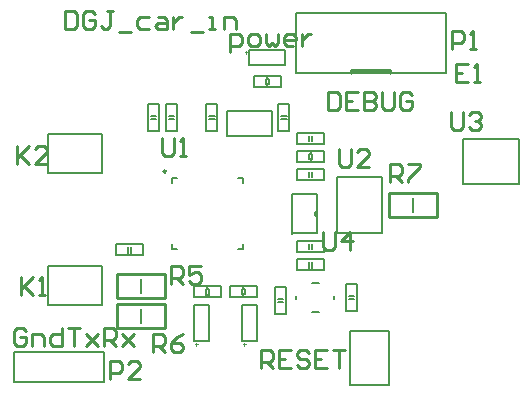
<source format=gto>
%FSLAX25Y25*%
%MOIN*%
G70*
G01*
G75*
%ADD10O,0.01180X0.05906*%
%ADD11O,0.05906X0.01180*%
%ADD12R,0.17716X0.17716*%
%ADD13R,0.04000X0.03500*%
%ADD14R,0.05906X0.04724*%
%ADD15R,0.03937X0.07087*%
%ADD16R,0.02953X0.02362*%
%ADD17R,0.02362X0.02953*%
%ADD18R,0.02362X0.07874*%
%ADD19R,0.07874X0.02362*%
%ADD20R,0.03500X0.04000*%
%ADD21R,0.04724X0.05512*%
%ADD22R,0.08800X0.04200*%
%ADD23R,0.04000X0.04000*%
%ADD24R,0.01400X0.04000*%
%ADD25R,0.07200X0.08000*%
%ADD26R,0.07200X0.16000*%
%ADD27R,0.04200X0.08800*%
%ADD28R,0.04000X0.04000*%
%ADD29C,0.01000*%
%ADD30C,0.02000*%
%ADD31C,0.04000*%
%ADD32C,0.10000*%
%ADD33R,0.03000X0.03000*%
%ADD34R,0.10000X0.08000*%
%ADD35C,0.12000*%
%ADD36C,0.04000*%
%ADD37R,0.05906X0.05906*%
%ADD38C,0.05906*%
%ADD39C,0.02500*%
%ADD40R,0.17700X0.17700*%
%ADD41R,0.20000X0.20000*%
%ADD42C,0.00600*%
%ADD43C,0.00787*%
%ADD44C,0.00400*%
D29*
X51751Y77173D02*
G03*
X51751Y77173I-424J0D01*
G01*
X113500Y110000D02*
Y111000D01*
X126500D01*
Y110000D02*
Y111000D01*
X126000Y70000D02*
X142000D01*
Y62000D02*
Y70000D01*
X126000Y62000D02*
X142000D01*
X126000D02*
Y70000D01*
X35500Y35000D02*
Y43000D01*
Y35000D02*
X51500D01*
Y43000D01*
X35500D02*
X51500D01*
Y25000D02*
Y33000D01*
X35500D02*
X51500D01*
X35500Y25000D02*
Y33000D01*
Y25000D02*
X51500D01*
X50350Y88148D02*
Y83150D01*
X51350Y82150D01*
X53349D01*
X54349Y83150D01*
Y88148D01*
X56348Y82150D02*
X58347D01*
X57348D01*
Y88148D01*
X56348Y87148D01*
X73000Y117001D02*
Y122999D01*
X75999D01*
X76999Y121999D01*
Y120000D01*
X75999Y119000D01*
X73000D01*
X79998D02*
X81997D01*
X82997Y120000D01*
Y121999D01*
X81997Y122999D01*
X79998D01*
X78998Y121999D01*
Y120000D01*
X79998Y119000D01*
X84996Y122999D02*
Y120000D01*
X85996Y119000D01*
X86996Y120000D01*
X87995Y119000D01*
X88995Y120000D01*
Y122999D01*
X93993Y119000D02*
X91994D01*
X90994Y120000D01*
Y121999D01*
X91994Y122999D01*
X93993D01*
X94993Y121999D01*
Y120999D01*
X90994D01*
X96992Y122999D02*
Y119000D01*
Y120999D01*
X97992Y121999D01*
X98992Y122999D01*
X99991D01*
X47400Y16800D02*
Y22798D01*
X50399D01*
X51399Y21798D01*
Y19799D01*
X50399Y18799D01*
X47400D01*
X49399D02*
X51399Y16800D01*
X57397Y22798D02*
X55397Y21798D01*
X53398Y19799D01*
Y17800D01*
X54398Y16800D01*
X56397D01*
X57397Y17800D01*
Y18799D01*
X56397Y19799D01*
X53398D01*
X53465Y39465D02*
Y45463D01*
X56464D01*
X57464Y44463D01*
Y42464D01*
X56464Y41464D01*
X53465D01*
X55464D02*
X57464Y39465D01*
X63462Y45463D02*
X59463D01*
Y42464D01*
X61462Y43464D01*
X62462D01*
X63462Y42464D01*
Y40465D01*
X62462Y39465D01*
X60463D01*
X59463Y40465D01*
X3500Y41998D02*
Y36000D01*
Y37999D01*
X7499Y41998D01*
X4500Y38999D01*
X7499Y36000D01*
X9498D02*
X11497D01*
X10498D01*
Y41998D01*
X9498Y40998D01*
X2000Y85498D02*
Y79500D01*
Y81499D01*
X5999Y85498D01*
X3000Y82499D01*
X5999Y79500D01*
X11997D02*
X7998D01*
X11997Y83499D01*
Y84498D01*
X10997Y85498D01*
X8998D01*
X7998Y84498D01*
X83500Y11500D02*
Y17498D01*
X86499D01*
X87499Y16498D01*
Y14499D01*
X86499Y13499D01*
X83500D01*
X85499D02*
X87499Y11500D01*
X93497Y17498D02*
X89498D01*
Y11500D01*
X93497D01*
X89498Y14499D02*
X91497D01*
X99495Y16498D02*
X98495Y17498D01*
X96496D01*
X95496Y16498D01*
Y15499D01*
X96496Y14499D01*
X98495D01*
X99495Y13499D01*
Y12500D01*
X98495Y11500D01*
X96496D01*
X95496Y12500D01*
X105493Y17498D02*
X101494D01*
Y11500D01*
X105493D01*
X101494Y14499D02*
X103493D01*
X107492Y17498D02*
X111491D01*
X109492D01*
Y11500D01*
X105600Y103498D02*
Y97500D01*
X108599D01*
X109599Y98500D01*
Y102498D01*
X108599Y103498D01*
X105600D01*
X115597D02*
X111598D01*
Y97500D01*
X115597D01*
X111598Y100499D02*
X113597D01*
X117596Y103498D02*
Y97500D01*
X120595D01*
X121595Y98500D01*
Y99499D01*
X120595Y100499D01*
X117596D01*
X120595D01*
X121595Y101499D01*
Y102498D01*
X120595Y103498D01*
X117596D01*
X123594D02*
Y98500D01*
X124594Y97500D01*
X126593D01*
X127593Y98500D01*
Y103498D01*
X133591Y102498D02*
X132591Y103498D01*
X130592D01*
X129592Y102498D01*
Y98500D01*
X130592Y97500D01*
X132591D01*
X133591Y98500D01*
Y100499D01*
X131592D01*
X147000Y118000D02*
Y123998D01*
X149999D01*
X150999Y122998D01*
Y120999D01*
X149999Y119999D01*
X147000D01*
X152998Y118000D02*
X154997D01*
X153998D01*
Y123998D01*
X152998Y122998D01*
X5199Y23898D02*
X4199Y24898D01*
X2200D01*
X1200Y23898D01*
Y19900D01*
X2200Y18900D01*
X4199D01*
X5199Y19900D01*
Y21899D01*
X3199D01*
X7198Y18900D02*
Y22899D01*
X10197D01*
X11197Y21899D01*
Y18900D01*
X17195Y24898D02*
Y18900D01*
X14196D01*
X13196Y19900D01*
Y21899D01*
X14196Y22899D01*
X17195D01*
X19194Y24898D02*
X23193D01*
X21193D01*
Y18900D01*
X25192Y22899D02*
X29191Y18900D01*
X27192Y20899D01*
X29191Y22899D01*
X25192Y18900D01*
X31190D02*
Y24898D01*
X34189D01*
X35189Y23898D01*
Y21899D01*
X34189Y20899D01*
X31190D01*
X33190D02*
X35189Y18900D01*
X37188Y22899D02*
X41187Y18900D01*
X39188Y20899D01*
X41187Y22899D01*
X37188Y18900D01*
X33000Y8000D02*
Y13998D01*
X35999D01*
X36999Y12998D01*
Y10999D01*
X35999Y9999D01*
X33000D01*
X42997Y8000D02*
X38998D01*
X42997Y11999D01*
Y12998D01*
X41997Y13998D01*
X39998D01*
X38998Y12998D01*
X126500Y73500D02*
Y79498D01*
X129499D01*
X130499Y78498D01*
Y76499D01*
X129499Y75499D01*
X126500D01*
X128499D02*
X130499Y73500D01*
X132498Y79498D02*
X136497D01*
Y78498D01*
X132498Y74500D01*
Y73500D01*
X109450Y84648D02*
Y79650D01*
X110450Y78650D01*
X112449D01*
X113449Y79650D01*
Y84648D01*
X119447Y78650D02*
X115448D01*
X119447Y82649D01*
Y83648D01*
X118447Y84648D01*
X116448D01*
X115448Y83648D01*
X146800Y96841D02*
Y91843D01*
X147800Y90843D01*
X149799D01*
X150799Y91843D01*
Y96841D01*
X152798Y95842D02*
X153798Y96841D01*
X155797D01*
X156797Y95842D01*
Y94842D01*
X155797Y93842D01*
X154797D01*
X155797D01*
X156797Y92843D01*
Y91843D01*
X155797Y90843D01*
X153798D01*
X152798Y91843D01*
X104000Y56798D02*
Y51800D01*
X105000Y50800D01*
X106999D01*
X107999Y51800D01*
Y56798D01*
X112997Y50800D02*
Y56798D01*
X109998Y53799D01*
X113997D01*
X152299Y112998D02*
X148300D01*
Y107000D01*
X152299D01*
X148300Y109999D02*
X150299D01*
X154298Y107000D02*
X156297D01*
X155298D01*
Y112998D01*
X154298Y111998D01*
X18000Y130498D02*
Y124500D01*
X20999D01*
X21999Y125500D01*
Y129498D01*
X20999Y130498D01*
X18000D01*
X27997Y129498D02*
X26997Y130498D01*
X24998D01*
X23998Y129498D01*
Y125500D01*
X24998Y124500D01*
X26997D01*
X27997Y125500D01*
Y127499D01*
X25997D01*
X33995Y130498D02*
X31995D01*
X32995D01*
Y125500D01*
X31995Y124500D01*
X30996D01*
X29996Y125500D01*
X35994Y123500D02*
X39993D01*
X45991Y128499D02*
X42992D01*
X41992Y127499D01*
Y125500D01*
X42992Y124500D01*
X45991D01*
X48990Y128499D02*
X50989D01*
X51989Y127499D01*
Y124500D01*
X48990D01*
X47990Y125500D01*
X48990Y126499D01*
X51989D01*
X53988Y128499D02*
Y124500D01*
Y126499D01*
X54988Y127499D01*
X55988Y128499D01*
X56987D01*
X59986Y123500D02*
X63985D01*
X65984Y124500D02*
X67984D01*
X66984D01*
Y128499D01*
X65984D01*
X70983Y124500D02*
Y128499D01*
X73982D01*
X74982Y127499D01*
Y124500D01*
D42*
X102200Y63922D02*
G03*
X102200Y62078I0J-922D01*
G01*
X53689Y73236D02*
Y74811D01*
X55264D01*
X75736D02*
X77311D01*
Y73236D02*
Y74811D01*
X53689Y51189D02*
Y52764D01*
Y51189D02*
X55264D01*
X77311D02*
Y52764D01*
X75736Y51189D02*
X77311D01*
X74300Y97100D02*
X87100D01*
Y88800D02*
Y97100D01*
X71900Y88800D02*
X87100D01*
X71900D02*
Y97100D01*
X74300D01*
X81000Y105200D02*
Y108800D01*
Y105200D02*
X90000D01*
Y108800D01*
X81000D02*
X90000D01*
X85461Y105200D02*
Y106055D01*
X84988Y106173D02*
X85972D01*
X84988D02*
Y107945D01*
X85972Y106173D02*
Y107945D01*
X85461Y107866D02*
Y108800D01*
X84988Y107945D02*
X85972D01*
X95500Y80200D02*
Y83800D01*
Y80200D02*
X104500D01*
Y83800D01*
X95500D02*
X104500D01*
X99961Y80200D02*
Y81055D01*
X99488Y81173D02*
X100472D01*
X99488D02*
Y82945D01*
X100472Y81173D02*
Y82945D01*
X99961Y82866D02*
Y83800D01*
X99488Y82945D02*
X100472D01*
X46555Y95473D02*
X48327D01*
X46555Y94488D02*
X48327D01*
X45700Y90500D02*
Y99500D01*
X49300D01*
Y90500D02*
Y99500D01*
X45700Y90500D02*
X49300D01*
X90173Y94528D02*
X91945D01*
X90173Y95512D02*
X91945D01*
X92800Y90500D02*
Y99500D01*
X89200Y90500D02*
X92800D01*
X89200D02*
Y99500D01*
X92800D01*
X73000Y35200D02*
Y38800D01*
Y35200D02*
X82000D01*
Y38800D01*
X73000D02*
X82000D01*
X77461Y35200D02*
Y36055D01*
X76988Y36173D02*
X77973D01*
X76988D02*
Y37945D01*
X77973Y36173D02*
Y37945D01*
X77461Y37866D02*
Y38800D01*
X76988Y37945D02*
X77973D01*
X12500Y76500D02*
X30500D01*
X12500D02*
Y89500D01*
X30500D01*
Y76500D02*
Y89500D01*
X70000Y35200D02*
Y38800D01*
X61000D02*
X70000D01*
X61000Y35200D02*
Y38800D01*
Y35200D02*
X70000D01*
X65539Y37945D02*
Y38800D01*
X65027Y37827D02*
X66012D01*
Y36055D02*
Y37827D01*
X65027Y36055D02*
Y37827D01*
X65539Y35200D02*
Y36134D01*
X65027Y36055D02*
X66012D01*
X12500Y32500D02*
X30500D01*
X12500D02*
Y45500D01*
X30500D01*
Y32500D02*
Y45500D01*
X126000Y6000D02*
Y24000D01*
X113000Y6000D02*
X126000D01*
X113000D02*
Y24000D01*
X126000D01*
X112673Y34528D02*
X114445D01*
X112673Y35512D02*
X114445D01*
X115300Y30500D02*
Y39500D01*
X111700Y30500D02*
X115300D01*
X111700D02*
Y39500D01*
X115300D01*
X89055Y34473D02*
X90827D01*
X89055Y33488D02*
X90827D01*
X88200Y29500D02*
Y38500D01*
X91800D01*
Y29500D02*
Y38500D01*
X88200Y29500D02*
X91800D01*
X66173Y94528D02*
X67945D01*
X66173Y95512D02*
X67945D01*
X68800Y90500D02*
Y99500D01*
X65200Y90500D02*
X68800D01*
X65200D02*
Y99500D01*
X68800D01*
X52555Y95473D02*
X54327D01*
X52555Y94488D02*
X54327D01*
X51700Y90500D02*
Y99500D01*
X55300D01*
Y90500D02*
Y99500D01*
X51700Y90500D02*
X55300D01*
X99528Y45055D02*
Y46827D01*
X100512Y45055D02*
Y46827D01*
X95500Y44200D02*
X104500D01*
X95500D02*
Y47800D01*
X104500D01*
Y44200D02*
Y47800D01*
X39028Y50055D02*
Y51827D01*
X40012Y50055D02*
Y51827D01*
X35000Y49200D02*
X44000D01*
X35000D02*
Y52800D01*
X44000D01*
Y49200D02*
Y52800D01*
X100472Y51173D02*
Y52945D01*
X99488Y51173D02*
Y52945D01*
X95500Y53800D02*
X104500D01*
Y50200D02*
Y53800D01*
X95500Y50200D02*
X104500D01*
X95500D02*
Y53800D01*
X100472Y75173D02*
Y76945D01*
X99488Y75173D02*
Y76945D01*
X95500Y77800D02*
X104500D01*
Y74200D02*
Y77800D01*
X95500Y74200D02*
X104500D01*
X95500D02*
Y77800D01*
X100472Y87173D02*
Y88945D01*
X99488Y87173D02*
Y88945D01*
X95500Y89800D02*
X104500D01*
Y86200D02*
Y89800D01*
X95500Y86200D02*
X104500D01*
X95500D02*
Y89800D01*
X108800Y56700D02*
Y75300D01*
Y56700D02*
X123800D01*
Y75200D01*
X123700Y75300D02*
X123800Y75200D01*
X108800Y75300D02*
X123700D01*
X93800Y69700D02*
X102200D01*
X93800Y56300D02*
Y69700D01*
Y56300D02*
X93900Y56400D01*
X102200D01*
Y69700D01*
X150700Y72800D02*
X169300D01*
Y87800D01*
X150800D02*
X169300D01*
X150700Y87700D02*
X150800Y87800D01*
X150700Y72800D02*
Y87700D01*
D43*
X79500Y112441D02*
Y117559D01*
X91500D01*
Y112441D02*
Y117559D01*
X79500Y112441D02*
X91500D01*
X100300Y30079D02*
X102700D01*
X100300Y39921D02*
X102700D01*
X107799Y34600D02*
Y35702D01*
X95201Y34499D02*
Y35601D01*
X145000Y110000D02*
Y130000D01*
X95000Y110000D02*
Y130000D01*
X145000D01*
X95000Y110000D02*
X145000D01*
X76941Y20500D02*
X82059D01*
X76941D02*
Y32500D01*
X82059D01*
Y20500D02*
Y32500D01*
X60941Y20500D02*
X66059D01*
X60941D02*
Y32500D01*
X66059D01*
Y20500D02*
Y32500D01*
X134000Y63638D02*
Y68362D01*
X31000Y7000D02*
Y17000D01*
X1000Y7000D02*
X31000D01*
X1000D02*
Y17000D01*
X31000D01*
X43500Y36638D02*
Y41362D01*
Y26638D02*
Y31362D01*
D44*
X78000Y116750D02*
X79000D01*
X78500Y117250D02*
Y116250D01*
X77750Y19000D02*
Y20000D01*
X77250Y19500D02*
X78250D01*
X61750Y19000D02*
Y20000D01*
X61250Y19500D02*
X62250D01*
M02*

</source>
